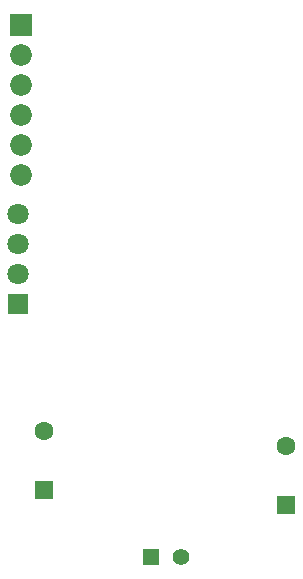
<source format=gbr>
G04*
G04 #@! TF.GenerationSoftware,Altium Limited,Altium Designer,25.7.1 (20)*
G04*
G04 Layer_Color=255*
%FSLAX44Y44*%
%MOMM*%
G71*
G04*
G04 #@! TF.SameCoordinates,265DE244-54D5-4CCD-A973-AF3357FD315F*
G04*
G04*
G04 #@! TF.FilePolarity,Positive*
G04*
G01*
G75*
%ADD55R,1.8400X1.8400*%
%ADD56C,1.8400*%
%ADD70C,1.4000*%
%ADD71C,1.8000*%
%ADD72R,1.8000X1.8000*%
%ADD73C,1.6000*%
%ADD74R,1.6000X1.6000*%
%ADD75R,1.4000X1.4000*%
D55*
X1502500Y808700D02*
D03*
D56*
Y783300D02*
D03*
Y757900D02*
D03*
Y732500D02*
D03*
Y707100D02*
D03*
Y681700D02*
D03*
D70*
X1638100Y358140D02*
D03*
D71*
X1500000Y648100D02*
D03*
Y622700D02*
D03*
Y597300D02*
D03*
D72*
Y571900D02*
D03*
D73*
X1727200Y452120D02*
D03*
X1522500Y465000D02*
D03*
D74*
X1727200Y402120D02*
D03*
X1522500Y415000D02*
D03*
D75*
X1613100Y358140D02*
D03*
M02*

</source>
